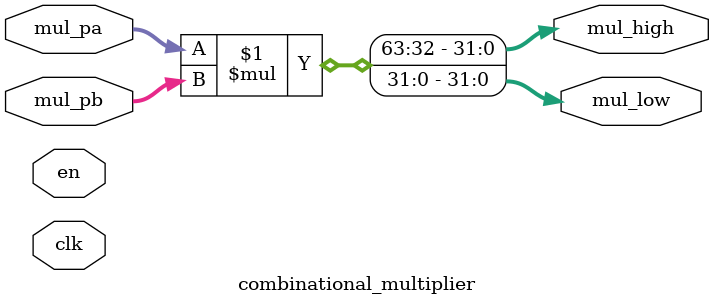
<source format=v>
`timescale 1ns / 1ps

module combinational_multiplier(
	input [31:0] mul_pa,
	input [31:0] mul_pb,
	input        en,
	input        clk,
	output wire [31:0] mul_high,
	output wire [31:0] mul_low
);

	assign {mul_high, mul_low} = mul_pa * mul_pb;

endmodule

</source>
